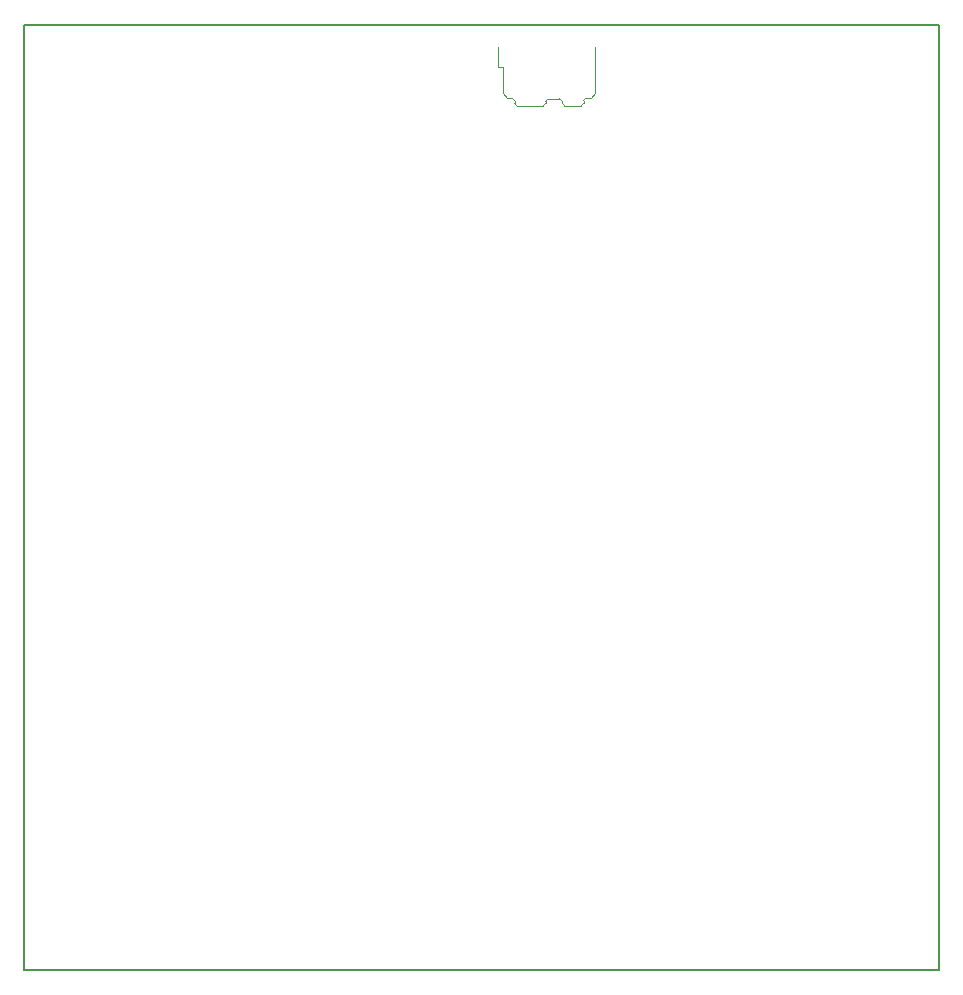
<source format=gbr>
%TF.GenerationSoftware,KiCad,Pcbnew,7.0.10*%
%TF.CreationDate,2024-03-10T15:02:06-03:00*%
%TF.ProjectId,Prueba de Componentes,50727565-6261-4206-9465-20436f6d706f,rev?*%
%TF.SameCoordinates,Original*%
%TF.FileFunction,Profile,NP*%
%FSLAX46Y46*%
G04 Gerber Fmt 4.6, Leading zero omitted, Abs format (unit mm)*
G04 Created by KiCad (PCBNEW 7.0.10) date 2024-03-10 15:02:06*
%MOMM*%
%LPD*%
G01*
G04 APERTURE LIST*
%TA.AperFunction,Profile*%
%ADD10C,0.200000*%
%TD*%
%TA.AperFunction,Profile*%
%ADD11C,0.100000*%
%TD*%
G04 APERTURE END LIST*
D10*
X167640000Y-13970000D02*
X245110000Y-13970000D01*
X245110000Y-93980000D01*
X167640000Y-93980000D01*
X167640000Y-13970000D01*
D11*
%TO.C,REF\u002A\u002A*%
X209165000Y-20602500D02*
X209165000Y-20352500D01*
X215015000Y-20602500D02*
X215015000Y-20352500D01*
X215990000Y-19702500D02*
X215990000Y-15862500D01*
X207790000Y-15850000D02*
X207790000Y-17552500D01*
X213190000Y-20602500D02*
X213190000Y-20402500D01*
X213390000Y-20802500D02*
X214815000Y-20802500D01*
X215665000Y-20152500D02*
X215990000Y-19702500D01*
X211790000Y-20402500D02*
X211790000Y-20602500D01*
X208560000Y-20152500D02*
X208190000Y-19702500D01*
X211590000Y-20802500D02*
X209365000Y-20802500D01*
X208965000Y-20152500D02*
X208560000Y-20152500D01*
X208190000Y-19702500D02*
X208190000Y-17552500D01*
X215215000Y-20152500D02*
X215665000Y-20152500D01*
X207790000Y-17552500D02*
X208190000Y-17552500D01*
X211990000Y-20202500D02*
X212990000Y-20202500D01*
X209165000Y-20352500D02*
G75*
G03*
X208965000Y-20152500I-200001J-1D01*
G01*
X214815000Y-20802500D02*
G75*
G03*
X215015000Y-20602500I0J200000D01*
G01*
X211990000Y-20202500D02*
G75*
G03*
X211790000Y-20402500I1J-200001D01*
G01*
X213190000Y-20602500D02*
G75*
G03*
X213390000Y-20802500I200000J0D01*
G01*
X213190000Y-20402500D02*
G75*
G03*
X212990000Y-20202500I-200000J0D01*
G01*
X211590000Y-20802500D02*
G75*
G03*
X211790000Y-20602500I-1J200001D01*
G01*
X209165000Y-20602500D02*
G75*
G03*
X209365000Y-20802500I200001J1D01*
G01*
X215215000Y-20152500D02*
G75*
G03*
X215015000Y-20352500I0J-200000D01*
G01*
%TD*%
M02*

</source>
